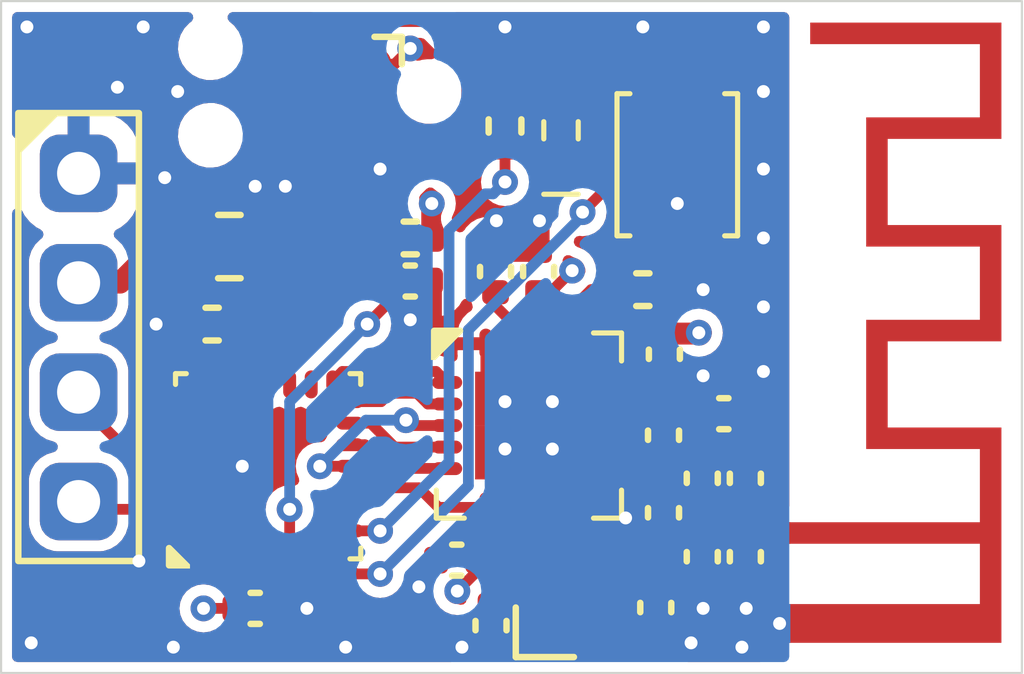
<source format=kicad_pcb>
(kicad_pcb (version 20211014) (generator pcbnew)
  (layers (0 "F.Cu" mixed) (1 "In1.Cu" signal) (2 "In2.Cu" signal) (31 "B.Cu" signal) (34 "B.Paste" user) (35 "F.Paste" user) (36 "B.SilkS" user "B.Silkscreen") (37 "F.SilkS" user "F.Silkscreen") (38 "B.Mask" user) (39 "F.Mask" user) (44 "Edge.Cuts" user))
  (net 0 "")
  (net 1 "/Radio/ANT")
  (net 2 "+3V3")
  (net 3 "GND")
  (net 4 "Net-(C2-Pad2)")
  (net 5 "Net-(C3-Pad2)")
  (net 6 "Net-(C6-Pad1)")
  (net 7 "Net-(C7-Pad1)")
  (net 8 "Net-(C8-Pad1)")
  (net 9 "/Micro/NRST")
  (net 10 "Net-(DS1-Pad2)")
  (net 11 "/Micro/MAIN_TX")
  (net 12 "/Micro/MAIN_RX")
  (net 13 "/Micro/SWDIO")
  (net 14 "/Micro/SWCLK")
  (net 16 "Net-(L1-Pad2)")
  (net 17 "Net-(L2-Pad2)")
  (net 18 "Net-(R1-Pad1)")
  (net 19 "/Micro/LED")
  (net 20 "/Micro/RF_EN")
  (net 21 "/Micro/RF_NSS")
  (net 22 "/Micro/SCK")
  (net 23 "/Micro/MOSI")
  (net 24 "/Micro/MISO")
  (net 25 "/Micro/RF_IRQ")
  (net 29 "/Micro/PAIR")
  (footprint "U_IC:QFN20_05_4x4_EP" (layer "F.Cu") (at 109.255 82.255)
    (fp_text reference "U1" hide)
    (fp_text value "SI24R1" hide)
    (fp_line (start -1.5 2.15) (end -2.15 2.15) (layer "F.SilkS") (width 0.12))
    (fp_line (start 1.5 -2.15) (end 2.15 -2.15) (layer "F.SilkS") (width 0.12))
    (fp_line (start 1.5 2.15) (end 2.15 2.15) (layer "F.SilkS") (width 0.12))
    (fp_line (start 2.15 -2.15) (end 2.15 -1.5) (layer "F.SilkS") (width 0.12))
    (fp_line (start 2.15 2.15) (end 2.15 1.5) (layer "F.SilkS") (width 0.12))
    (fp_line (start -2.15 2.15) (end -2.15 1.5) (layer "F.SilkS") (width 0.12))
    (fp_poly (pts (xy -2.2 -1.6) (xy -2.2 -2.2) (xy -1.6 -2.2)) (layer "F.SilkS") (width 0.15) (fill solid))
    (pad "1" smd oval (at -1.9 -1 90) (size 0.3 0.7) (layers "F.Cu" "F.Paste" "F.Mask") (net 20 "/Micro/RF_EN"))
    (pad "2" smd oval (at -1.9 -0.5 90) (size 0.3 0.7) (layers "F.Cu" "F.Paste" "F.Mask") (net 21 "/Micro/RF_NSS"))
    (pad "3" smd oval (at -1.9 0 90) (size 0.3 0.7) (layers "F.Cu" "F.Paste" "F.Mask") (net 22 "/Micro/SCK"))
    (pad "4" smd oval (at -1.9 0.5 90) (size 0.3 0.7) (layers "F.Cu" "F.Paste" "F.Mask") (net 23 "/Micro/MOSI"))
    (pad "5" smd oval (at -1.9 1 90) (size 0.3 0.7) (layers "F.Cu" "F.Paste" "F.Mask") (net 24 "/Micro/MISO"))
    (pad "6" smd oval (at -1 1.9) (size 0.3 0.7) (layers "F.Cu" "F.Paste" "F.Mask") (net 25 "/Micro/RF_IRQ"))
    (pad "7" smd oval (at -0.5 1.9) (size 0.3 0.7) (layers "F.Cu" "F.Paste" "F.Mask") (net 2 "+3V3"))
    (pad "8" smd oval (at 0 1.9) (size 0.3 0.7) (layers "F.Cu" "F.Paste" "F.Mask") (net 3 "GND"))
    (pad "9" smd oval (at 0.5 1.9) (size 0.3 0.7) (layers "F.Cu" "F.Paste" "F.Mask") (net 4 "Net-(C2-Pad2)"))
    (pad "10" smd oval (at 1 1.9) (size 0.3 0.7) (layers "F.Cu" "F.Paste" "F.Mask") (net 5 "Net-(C3-Pad2)"))
    (pad "11" smd oval (at 1.9 1 90) (size 0.3 0.7) (layers "F.Cu" "F.Paste" "F.Mask") (net 7 "Net-(C7-Pad1)"))
    (pad "12" smd oval (at 1.9 0.5 90) (size 0.3 0.7) (layers "F.Cu" "F.Paste" "F.Mask") (net 16 "Net-(L1-Pad2)"))
    (pad "13" smd oval (at 1.9 0 90) (size 0.3 0.7) (layers "F.Cu" "F.Paste" "F.Mask") (net 17 "Net-(L2-Pad2)"))
    (pad "14" smd oval (at 1.9 -0.5 90) (size 0.3 0.7) (layers "F.Cu" "F.Paste" "F.Mask") (net 3 "GND"))
    (pad "15" smd oval (at 1.9 -1 90) (size 0.3 0.7) (layers "F.Cu" "F.Paste" "F.Mask") (net 2 "+3V3"))
    (pad "16" smd oval (at 1 -1.9) (size 0.3 0.7) (layers "F.Cu" "F.Paste" "F.Mask") (net 18 "Net-(R1-Pad1)"))
    (pad "17" smd oval (at 0.5 -1.9) (size 0.3 0.7) (layers "F.Cu" "F.Paste" "F.Mask") (net 3 "GND"))
    (pad "18" smd oval (at 0 -1.9) (size 0.3 0.7) (layers "F.Cu" "F.Paste" "F.Mask") (net 2 "+3V3"))
    (pad "19" smd oval (at -0.5 -1.9) (size 0.3 0.7) (layers "F.Cu" "F.Paste" "F.Mask") (net 6 "Net-(C6-Pad1)"))
    (pad "20" smd oval (at -1 -1.9) (size 0.3 0.7) (layers "F.Cu" "F.Paste" "F.Mask") (net 3 "GND"))
    (pad "21" smd rect (at -0.625 0.625) (size 1.25 1.25) (layers "F.Cu" "F.Paste" "F.Mask") (net 3 "GND"))
    (pad "21" smd rect (at 0.625 -0.625) (size 1.25 1.25) (layers "F.Cu" "F.Paste" "F.Mask") (net 3 "GND"))
    (pad "21" smd rect (at -0.625 -0.625) (size 1.25 1.25) (layers "F.Cu" "F.Paste" "F.Mask") (net 3 "GND"))
    (pad "21" smd rect (at 0.625 0.625) (size 1.25 1.25) (layers "F.Cu" "F.Paste" "F.Mask") (net 3 "GND"))
  )
  (footprint "C_Capacitor:C_0402" (layer "F.Cu") (at 112.38 84.28 -90)
    (fp_text reference "C7" hide)
    (fp_text value "2.2n" hide)
    (fp_line (start -0.107836 -0.36) (end 0.107836 -0.36) (layer "F.SilkS") (width 0.15))
    (fp_line (start -0.107836 0.36) (end 0.107836 0.36) (layer "F.SilkS") (width 0.15))
    (pad "1" smd roundrect (at -0.48 0 270) (size 0.56 0.62) (layers "F.Cu" "F.Paste" "F.Mask") (net 7 "Net-(C7-Pad1)"))
    (pad "2" smd roundrect (at 0.48 0 270) (size 0.56 0.62) (layers "F.Cu" "F.Paste" "F.Mask") (net 3 "GND"))
  )
  (footprint "C_Capacitor:C_0402" (layer "F.Cu") (at 107.58 85.38 180)
    (fp_text reference "C4" hide)
    (fp_text value "33n" hide)
    (fp_line (start -0.107836 0.36) (end 0.107836 0.36) (layer "F.SilkS") (width 0.15))
    (fp_line (start -0.107836 -0.36) (end 0.107836 -0.36) (layer "F.SilkS") (width 0.15))
    (pad "1" smd roundrect (at -0.48 0 180) (size 0.56 0.62) (layers "F.Cu" "F.Paste" "F.Mask") (net 2 "+3V3"))
    (pad "2" smd roundrect (at 0.48 0 180) (size 0.56 0.62) (layers "F.Cu" "F.Paste" "F.Mask") (net 3 "GND"))
  )
  (footprint "C_Capacitor:C_0402" (layer "F.Cu") (at 112.4 80.6 -90)
    (fp_text reference "C1" hide)
    (fp_text value "2.2n" hide)
    (fp_line (start -0.107836 0.36) (end 0.107836 0.36) (layer "F.SilkS") (width 0.15))
    (fp_line (start -0.107836 -0.36) (end 0.107836 -0.36) (layer "F.SilkS") (width 0.15))
    (pad "1" smd roundrect (at -0.48 0 270) (size 0.56 0.62) (layers "F.Cu" "F.Paste" "F.Mask") (net 2 "+3V3"))
    (pad "2" smd roundrect (at 0.48 0 270) (size 0.56 0.62) (layers "F.Cu" "F.Paste" "F.Mask") (net 3 "GND"))
  )
  (footprint "R_Resistor:R_0402" (layer "F.Cu") (at 108.7 75.3 90)
    (fp_text reference "R2" hide)
    (fp_text value "300R" hide)
    (fp_line (start -0.153641 -0.38) (end 0.153641 -0.38) (layer "F.SilkS") (width 0.15))
    (fp_line (start -0.153641 0.38) (end 0.153641 0.38) (layer "F.SilkS") (width 0.15))
    (pad "1" smd roundrect (at -0.51 0 90) (size 0.54 0.64) (layers "F.Cu" "F.Paste" "F.Mask") (net 19 "/Micro/LED"))
    (pad "2" smd roundrect (at 0.51 0 90) (size 0.54 0.64) (layers "F.Cu" "F.Paste" "F.Mask") (net 10 "Net-(DS1-Pad2)"))
  )
  (footprint "J_Connector:Pins-2.54-1x4" (layer "F.Cu") (at 98.8 76.4)
    (fp_text reference "J1" hide)
    (fp_text value "Pins_2.54_1x4" hide)
    (fp_rect (start 1.4 9) (end -1.4 -1.4) (layer "F.SilkS") (width 0.15) (fill none))
    (fp_poly (pts (xy -1.4 -0.5) (xy -1.4 -1.4) (xy -0.5 -1.4)) (layer "F.SilkS") (width 0.12) (fill solid))
    (pad "1" thru_hole roundrect (at 0 0) (size 1.8 1.8) (drill 1) (layers *.Cu *.Mask) (net 3 "GND"))
    (pad "2" thru_hole roundrect (at 0 2.54) (size 1.8 1.8) (drill 1) (layers *.Cu *.Mask) (net 2 "+3V3"))
    (pad "3" thru_hole roundrect (at 0 5.08) (size 1.8 1.8) (drill 1) (layers *.Cu *.Mask) (net 11 "/Micro/MAIN_TX"))
    (pad "4" thru_hole roundrect (at 0 7.62) (size 1.8 1.8) (drill 1) (layers *.Cu *.Mask) (net 12 "/Micro/MAIN_RX"))
  )
  (footprint "S_Switch:Button_3.0x2.5" (layer "F.Cu") (at 112.7 76.2 90)
    (fp_text reference "S1" hide)
    (fp_text value "B3U-1100P" hide)
    (fp_line (start -1.65 1.1) (end -1.65 1.4) (layer "F.SilkS") (width 0.12))
    (fp_line (start -1.65 -1.4) (end 1.65 -1.4) (layer "F.SilkS") (width 0.12))
    (fp_line (start 1.65 -1.4) (end 1.65 -1.1) (layer "F.SilkS") (width 0.12))
    (fp_line (start -1.65 1.4) (end 1.65 1.4) (layer "F.SilkS") (width 0.12))
    (fp_line (start -1.65 -1.1) (end -1.65 -1.4) (layer "F.SilkS") (width 0.12))
    (fp_line (start 1.65 1.4) (end 1.65 1.1) (layer "F.SilkS") (width 0.12))
    (pad "1" smd roundrect (at -1.7 0 90) (size 0.9 1.7) (layers "F.Cu" "F.Paste" "F.Mask") (net 3 "GND"))
    (pad "2" smd roundrect (at 1.7 0 90) (size 0.9 1.7) (layers "F.Cu" "F.Paste" "F.Mask") (net 29 "/Micro/PAIR"))
  )
  (footprint "C_Capacitor:C_0402" (layer "F.Cu") (at 112.2 86.48 90)
    (fp_text reference "C3" hide)
    (fp_text value "22p" hide)
    (fp_line (start -0.107836 0.36) (end 0.107836 0.36) (layer "F.SilkS") (width 0.15))
    (fp_line (start -0.107836 -0.36) (end 0.107836 -0.36) (layer "F.SilkS") (width 0.15))
    (pad "1" smd roundrect (at -0.48 0 90) (size 0.56 0.62) (layers "F.Cu" "F.Paste" "F.Mask") (net 3 "GND"))
    (pad "2" smd roundrect (at 0.48 0 90) (size 0.56 0.62) (layers "F.Cu" "F.Paste" "F.Mask") (net 5 "Net-(C3-Pad2)"))
  )
  (footprint "N_NonPart:TagConnect_2030_NL" (layer "F.Cu") (at 104.4 74.5 180)
    (fp_text reference "J2" hide)
    (fp_text value "TC_2030_NL_STLINK" hide)
    (fp_line (start -1.27 1.27) (end -1.905 1.27) (layer "F.SilkS") (width 0.15))
    (fp_line (start -1.905 1.27) (end -1.905 0.635) (layer "F.SilkS") (width 0.15))
    (pad "" np_thru_hole circle (at 2.54 1.016 180) (size 0.9906 0.9906) (drill 0.9906) (layers *.Cu *.Mask))
    (pad "" np_thru_hole circle (at -2.54 0 180) (size 0.9906 0.9906) (drill 0.9906) (layers *.Cu *.Mask))
    (pad "" np_thru_hole circle (at 2.54 -1.016 180) (size 0.9906 0.9906) (drill 0.9906) (layers *.Cu *.Mask))
    (pad "1" connect circle (at -1.27 0.635 180) (size 0.7874 0.7874) (layers "F.Cu" "F.Mask") (net 2 "+3V3"))
    (pad "2" connect circle (at -1.27 -0.635 180) (size 0.7874 0.7874) (layers "F.Cu" "F.Mask") (net 13 "/Micro/SWDIO"))
    (pad "3" connect circle (at 0 0.635 180) (size 0.7874 0.7874) (layers "F.Cu" "F.Mask") (net 9 "/Micro/NRST"))
    (pad "4" connect circle (at 0 -0.635 180) (size 0.7874 0.7874) (layers "F.Cu" "F.Mask") (net 14 "/Micro/SWCLK"))
    (pad "5" connect circle (at 1.27 0.635 180) (size 0.7874 0.7874) (layers "F.Cu" "F.Mask") (net 3 "GND"))
    (pad "6" connect circle (at 1.27 -0.635 180) (size 0.7874 0.7874) (layers "F.Cu" "F.Mask"))
  )
  (footprint "U_IC:QFN28_05_4x4" (layer "F.Cu") (at 103.2 83.2 90)
    (fp_text reference "U2" hide)
    (fp_text value "STM32G061GxUx" hide)
    (fp_line (start 1.9 -2.15) (end 2.15 -2.15) (layer "F.SilkS") (width 0.12))
    (fp_line (start -1.9 2.15) (end -2.15 2.15) (layer "F.SilkS") (width 0.12))
    (fp_line (start 2.15 -2.15) (end 2.15 -1.9) (layer "F.SilkS") (width 0.12))
    (fp_line (start -2.15 2.15) (end -2.15 1.9) (layer "F.SilkS") (width 0.12))
    (fp_line (start 2.15 2.15) (end 2.15 1.9) (layer "F.SilkS") (width 0.12))
    (fp_line (start 1.9 2.15) (end 2.15 2.15) (layer "F.SilkS") (width 0.12))
    (fp_poly (pts (xy -2.3 -1.9) (xy -2.3 -2.3) (xy -1.9 -2.3)) (layer "F.SilkS") (width 0.15) (fill solid))
    (pad "1" smd oval (at -1.975 -1.5 180) (size 0.3 0.5) (layers "F.Cu" "F.Paste" "F.Mask"))
    (pad "2" smd oval (at -1.9 -1 180) (size 0.3 0.65) (layers "F.Cu" "F.Paste" "F.Mask"))
    (pad "3" smd oval (at -1.9 -0.5 180) (size 0.3 0.65) (layers "F.Cu" "F.Paste" "F.Mask") (net 2 "+3V3"))
    (pad "4" smd oval (at -1.9 0 180) (size 0.3 0.65) (layers "F.Cu" "F.Paste" "F.Mask") (net 3 "GND"))
    (pad "5" smd oval (at -1.9 0.5 180) (size 0.3 0.65) (layers "F.Cu" "F.Paste" "F.Mask") (net 9 "/Micro/NRST"))
    (pad "6" smd oval (at -1.9 1 180) (size 0.3 0.65) (layers "F.Cu" "F.Paste" "F.Mask"))
    (pad "7" smd oval (at -1.975 1.5 180) (size 0.3 0.5) (layers "F.Cu" "F.Paste" "F.Mask") (net 29 "/Micro/PAIR"))
    (pad "8" smd oval (at -1.5 1.975 90) (size 0.3 0.5) (layers "F.Cu" "F.Paste" "F.Mask") (net 19 "/Micro/LED"))
    (pad "9" smd oval (at -1 1.9 90) (size 0.3 0.65) (layers "F.Cu" "F.Paste" "F.Mask"))
    (pad "10" smd oval (at -0.5 1.9 90) (size 0.3 0.65) (layers "F.Cu" "F.Paste" "F.Mask") (net 25 "/Micro/RF_IRQ"))
    (pad "11" smd oval (at 0 1.9 90) (size 0.3 0.65) (layers "F.Cu" "F.Paste" "F.Mask") (net 22 "/Micro/SCK"))
    (pad "12" smd oval (at 0.5 1.9 90) (size 0.3 0.65) (layers "F.Cu" "F.Paste" "F.Mask") (net 24 "/Micro/MISO"))
    (pad "13" smd oval (at 1 1.9 90) (size 0.3 0.65) (layers "F.Cu" "F.Paste" "F.Mask") (net 23 "/Micro/MOSI"))
    (pad "14" smd oval (at 1.5 1.975 90) (size 0.3 0.5) (layers "F.Cu" "F.Paste" "F.Mask") (net 21 "/Micro/RF_NSS"))
    (pad "15" smd oval (at 1.975 1.5 180) (size 0.3 0.5) (layers "F.Cu" "F.Paste" "F.Mask") (net 20 "/Micro/RF_EN"))
    (pad "16" smd oval (at 1.9 1 180) (size 0.3 0.65) (layers "F.Cu" "F.Paste" "F.Mask"))
    (pad "17" smd oval (at 1.9 0.5 180) (size 0.3 0.65) (layers "F.Cu" "F.Paste" "F.Mask"))
    (pad "18" smd oval (at 1.9 0 180) (size 0.3 0.65) (layers "F.Cu" "F.Paste" "F.Mask"))
    (pad "19" smd oval (at 1.9 -0.5 180) (size 0.3 0.65) (layers "F.Cu" "F.Paste" "F.Mask"))
    (pad "20" smd oval (at 1.9 -1 180) (size 0.3 0.65) (layers "F.Cu" "F.Paste" "F.Mask") (net 13 "/Micro/SWDIO"))
    (pad "21" smd oval (at 1.975 -1.5 180) (size 0.3 0.5) (layers "F.Cu" "F.Paste" "F.Mask") (net 14 "/Micro/SWCLK"))
    (pad "22" smd oval (at 1.5 -1.975 90) (size 0.3 0.5) (layers "F.Cu" "F.Paste" "F.Mask"))
    (pad "23" smd oval (at 1 -1.9 90) (size 0.3 0.65) (layers "F.Cu" "F.Paste" "F.Mask"))
    (pad "24" smd oval (at 0.5 -1.9 90) (size 0.3 0.65) (layers "F.Cu" "F.Paste" "F.Mask"))
    (pad "25" smd oval (at 0 -1.9 90) (size 0.3 0.65) (layers "F.Cu" "F.Paste" "F.Mask"))
    (pad "26" smd oval (at -0.5 -1.9 90) (size 0.3 0.65) (layers "F.Cu" "F.Paste" "F.Mask") (net 11 "/Micro/MAIN_TX"))
    (pad "27" smd oval (at -1 -1.9 90) (size 0.3 0.65) (layers "F.Cu" "F.Paste" "F.Mask") (net 12 "/Micro/MAIN_RX"))
    (pad "28" smd oval (at -1.5 -1.975 90) (size 0.3 0.5) (layers "F.Cu" "F.Paste" "F.Mask"))
  )
  (footprint "Y_Oscillator:Crystal_SMD4_2.0x1.6" (layer "F.Cu") (at 110.3 86.48)
    (fp_text reference "Y1" hide)
    (fp_text value "ECS-160-10-37-RWM-TR" hide)
    (fp_line (start -1.35 0) (end -1.35 1.15) (layer "F.SilkS") (width 0.15))
    (fp_line (start -1.35 1.15) (end 0 1.15) (layer "F.SilkS") (width 0.15))
    (pad "1" smd roundrect (at -0.7 0.55) (size 0.9 0.8) (layers "F.Cu" "F.Paste" "F.Mask") (net 4 "Net-(C2-Pad2)"))
    (pad "2" smd roundrect (at 0.7 0.55) (size 0.9 0.8) (layers "F.Cu" "F.Paste" "F.Mask") (net 3 "GND"))
    (pad "3" smd roundrect (at 0.7 -0.55) (size 0.9 0.8) (layers "F.Cu" "F.Paste" "F.Mask") (net 5 "Net-(C3-Pad2)"))
    (pad "4" smd roundrect (at -0.7 -0.55) (size 0.9 0.8) (layers "F.Cu" "F.Paste" "F.Mask") (net 3 "GND"))
  )
  (footprint "R_Resistor:R_0402" (layer "F.Cu") (at 111.9 79.1)
    (fp_text reference "R1" hide)
    (fp_text value "22K" hide)
    (fp_line (start -0.153641 0.38) (end 0.153641 0.38) (layer "F.SilkS") (width 0.15))
    (fp_line (start -0.153641 -0.38) (end 0.153641 -0.38) (layer "F.SilkS") (width 0.15))
    (pad "1" smd roundrect (at -0.51 0) (size 0.54 0.64) (layers "F.Cu" "F.Paste" "F.Mask") (net 18 "Net-(R1-Pad1)"))
    (pad "2" smd roundrect (at 0.51 0) (size 0.54 0.64) (layers "F.Cu" "F.Paste" "F.Mask") (net 3 "GND"))
  )
  (footprint "C_Capacitor:C_0402" (layer "F.Cu") (at 109.48 78.68 90)
    (fp_text reference "C5" hide)
    (fp_text value "100n" hide)
    (fp_line (start -0.107836 0.36) (end 0.107836 0.36) (layer "F.SilkS") (width 0.15))
    (fp_line (start -0.107836 -0.36) (end 0.107836 -0.36) (layer "F.SilkS") (width 0.15))
    (pad "1" smd roundrect (at -0.48 0 90) (size 0.56 0.62) (layers "F.Cu" "F.Paste" "F.Mask") (net 2 "+3V3"))
    (pad "2" smd roundrect (at 0.48 0 90) (size 0.56 0.62) (layers "F.Cu" "F.Paste" "F.Mask") (net 3 "GND"))
  )
  (footprint "C_Capacitor:C_0805" (layer "F.Cu") (at 102.3 78.1)
    (fp_text reference "C11" hide)
    (fp_text value "10u" hide)
    (fp_line (start -0.261252 0.735) (end 0.261252 0.735) (layer "F.SilkS") (width 0.15))
    (fp_line (start -0.261252 -0.735) (end 0.261252 -0.735) (layer "F.SilkS") (width 0.15))
    (pad "1" smd roundrect (at -0.95 0) (size 1 1.45) (layers "F.Cu" "F.Paste" "F.Mask") (net 2 "+3V3"))
    (pad "2" smd roundrect (at 0.95 0) (size 1 1.45) (layers "F.Cu" "F.Paste" "F.Mask") (net 3 "GND"))
  )
  (footprint "R_Resistor:R_0402" (layer "F.Cu") (at 101.9 79.9 180)
    (fp_text reference "R4" hide)
    (fp_text value "47K" hide)
    (fp_line (start -0.153641 -0.38) (end 0.153641 -0.38) (layer "F.SilkS") (width 0.15))
    (fp_line (start -0.153641 0.38) (end 0.153641 0.38) (layer "F.SilkS") (width 0.15))
    (pad "1" smd roundrect (at -0.51 0 180) (size 0.54 0.64) (layers "F.Cu" "F.Paste" "F.Mask") (net 14 "/Micro/SWCLK"))
    (pad "2" smd roundrect (at 0.51 0 180) (size 0.54 0.64) (layers "F.Cu" "F.Paste" "F.Mask") (net 3 "GND"))
  )
  (footprint "L_Inductor:FB_0402" (layer "F.Cu") (at 113.78 81.98)
    (fp_text reference "L3" hide)
    (fp_text value "3.9nH" hide)
    (fp_line (start -0.107836 0.36) (end 0.107836 0.36) (layer "F.SilkS") (width 0.15))
    (fp_line (start -0.107836 -0.36) (end 0.107836 -0.36) (layer "F.SilkS") (width 0.15))
    (pad "1" smd roundrect (at -0.48 0) (size 0.56 0.62) (layers "F.Cu" "F.Paste" "F.Mask") (net 17 "Net-(L2-Pad2)"))
    (pad "2" smd roundrect (at 0.48 0) (size 0.56 0.62) (layers "F.Cu" "F.Paste" "F.Mask") (net 8 "Net-(C8-Pad1)"))
  )
  (footprint "C_Capacitor:C_0402" (layer "F.Cu") (at 106.5 78.9)
    (fp_text reference "C13" hide)
    (fp_text value "100n" hide)
    (fp_line (start -0.107836 -0.36) (end 0.107836 -0.36) (layer "F.SilkS") (width 0.15))
    (fp_line (start -0.107836 0.36) (end 0.107836 0.36) (layer "F.SilkS") (width 0.15))
    (pad "1" smd roundrect (at -0.48 0) (size 0.56 0.62) (layers "F.Cu" "F.Paste" "F.Mask") (net 9 "/Micro/NRST"))
    (pad "2" smd roundrect (at 0.48 0) (size 0.56 0.62) (layers "F.Cu" "F.Paste" "F.Mask") (net 3 "GND"))
  )
  (footprint "L_Inductor:FB_0402" (layer "F.Cu") (at 112.38 82.48 90)
    (fp_text reference "L2" hide)
    (fp_text value "8.2nH" hide)
    (fp_line (start -0.107836 0.36) (end 0.107836 0.36) (layer "F.SilkS") (width 0.15))
    (fp_line (start -0.107836 -0.36) (end 0.107836 -0.36) (layer "F.SilkS") (width 0.15))
    (pad "1" smd roundrect (at -0.48 0 90) (size 0.56 0.62) (layers "F.Cu" "F.Paste" "F.Mask") (net 16 "Net-(L1-Pad2)"))
    (pad "2" smd roundrect (at 0.48 0 90) (size 0.56 0.62) (layers "F.Cu" "F.Paste" "F.Mask") (net 17 "Net-(L2-Pad2)"))
  )
  (footprint "C_Capacitor:C_0402" (layer "F.Cu") (at 114.28 83.48 -90)
    (fp_text reference "C8" hide)
    (fp_text value "1.5p" hide)
    (fp_line (start -0.107836 0.36) (end 0.107836 0.36) (layer "F.SilkS") (width 0.15))
    (fp_line (start -0.107836 -0.36) (end 0.107836 -0.36) (layer "F.SilkS") (width 0.15))
    (pad "1" smd roundrect (at -0.48 0 270) (size 0.56 0.62) (layers "F.Cu" "F.Paste" "F.Mask") (net 8 "Net-(C8-Pad1)"))
    (pad "2" smd roundrect (at 0.48 0 270) (size 0.56 0.62) (layers "F.Cu" "F.Paste" "F.Mask") (net 1 "/Radio/ANT"))
  )
  (footprint "RF_Antenna:Texas_SWRA117D_2.4GHz_Left" (layer "F.Cu") (at 115.075 84.75 -90)
    (fp_text reference "AE1" hide)
    (fp_text value "Antenna" hide)
    (fp_poly (pts (xy -2.45 -2.51) (xy -4.45 -2.51) (xy -4.45 -5.15) (xy -7.15 -5.15) (xy -7.15 -2.51) (xy -9.15 -2.51) (xy -9.15 -5.15) (xy -11.85 -5.15) (xy -11.85 -0.71) (xy -11.35 -0.71) (xy -11.35 -4.65) (xy -9.65 -4.65) (xy -9.65 -2.01) (xy -6.65 -2.01) (xy -6.65 -4.65) (xy -4.95 -4.65) (xy -4.95 -2.01) (xy -1.95 -2.01) (xy -1.95 -4.65) (xy -0.25 -4.65) (xy -0.25 0.25) (xy 0.25 0.25) (xy 0.25 -4.65) (xy 1.65 -4.65) (xy 1.65 0.25) (xy 2.55 0.25) (xy 2.55 0.006785) (xy 2.247583 0.006785) (xy 2.237742 0.054395) (xy 2.213674 0.096797) (xy 2.175731 0.129581) (xy 2.167819 0.133935) (xy 2.125156 0.146043) (xy 2.076637 0.1453) (xy 2.031122 0.1324) (xy 2.012511 0.121787) (xy 1.978868 0.086553) (xy 1.958309 0.041368) (xy 1.951778 -0.008158) (xy 1.960218 -0.056417) (xy 1.977112 -0.088643) (xy 2.012372 -0.121313) (xy 2.057682 -0.141408) (xy 2.107267 -0.147982) (xy 2.155353 -0.140092) (xy 2.188245 -0.123186) (xy 2.223185 -0.086416) (xy 2.242847 -0.041622) (xy 2.247583 0.006785) (xy 2.55 0.006785) (xy 2.55 -5.15) (xy -2.45 -5.15) (xy -2.45 -2.51)) (layer "F.Cu") (width 0) (fill solid))
    (pad "1" connect rect (at 0 0 270) (size 0.5 0.5) (layers "F.Cu") (net 1 "/Radio/ANT"))
    (pad "2" thru_hole rect (at 2.1 0 270) (size 0.9 0.5) (drill 0.3) (layers *.Cu) (net 3 "GND"))
  )
  (footprint "C_Capacitor:C_0402" (layer "F.Cu") (at 108.375 86.9 90)
    (fp_text reference "C2" hide)
    (fp_text value "22p" hide)
    (fp_line (start -0.107836 -0.36) (end 0.107836 -0.36) (layer "F.SilkS") (width 0.15))
    (fp_line (start -0.107836 0.36) (end 0.107836 0.36) (layer "F.SilkS") (width 0.15))
    (pad "1" smd roundrect (at -0.48 0 90) (size 0.56 0.62) (layers "F.Cu" "F.Paste" "F.Mask") (net 3 "GND"))
    (pad "2" smd roundrect (at 0.48 0 90) (size 0.56 0.62) (layers "F.Cu" "F.Paste" "F.Mask") (net 4 "Net-(C2-Pad2)"))
  )
  (footprint "DS_LED:DS_0603" (layer "F.Cu") (at 110 75.4 90)
    (fp_text reference "DS1" hide)
    (fp_text value "LED,BLU" hide)
    (fp_line (start -0.2 0.4) (end 0.2 0.4) (layer "F.SilkS") (width 0.12))
    (fp_line (start -0.2 -0.4) (end 0.2 -0.4) (layer "F.SilkS") (width 0.12))
    (fp_line (start -1.485 -0.4) (end -1.485 0.4) (layer "F.SilkS") (width 0.12))
    (pad "1" smd roundrect locked (at -0.7875 0 90) (size 0.875 0.95) (layers "F.Cu" "F.Paste" "F.Mask") (net 3 "GND"))
    (pad "2" smd roundrect locked (at 0.7875 0 90) (size 0.875 0.95) (layers "F.Cu" "F.Paste" "F.Mask") (net 10 "Net-(DS1-Pad2)"))
  )
  (footprint "L_Inductor:FB_0402" (layer "F.Cu") (at 113.28 83.48 90)
    (fp_text reference "L1" hide)
    (fp_text value "2.7nH" hide)
    (fp_line (start -0.107836 0.36) (end 0.107836 0.36) (layer "F.SilkS") (width 0.15))
    (fp_line (start -0.107836 -0.36) (end 0.107836 -0.36) (layer "F.SilkS") (width 0.15))
    (pad "1" smd roundrect (at -0.48 0 90) (size 0.56 0.62) (layers "F.Cu" "F.Paste" "F.Mask") (net 7 "Net-(C7-Pad1)"))
    (pad "2" smd roundrect (at 0.48 0 90) (size 0.56 0.62) (layers "F.Cu" "F.Paste" "F.Mask") (net 16 "Net-(L1-Pad2)"))
  )
  (footprint "R_Resistor:R_0402" (layer "F.Cu") (at 106.5 77.9 180)
    (fp_text reference "R3" hide)
    (fp_text value "47K" hide)
    (fp_line (start -0.153641 -0.38) (end 0.153641 -0.38) (layer "F.SilkS") (width 0.15))
    (fp_line (start -0.153641 0.38) (end 0.153641 0.38) (layer "F.SilkS") (width 0.15))
    (pad "1" smd roundrect (at -0.51 0 180) (size 0.54 0.64) (layers "F.Cu" "F.Paste" "F.Mask") (net 2 "+3V3"))
    (pad "2" smd roundrect (at 0.51 0 180) (size 0.54 0.64) (layers "F.Cu" "F.Paste" "F.Mask") (net 9 "/Micro/NRST"))
  )
  (footprint "C_Capacitor:C_0402" (layer "F.Cu") (at 113.28 85.3 -90)
    (fp_text reference "C9" hide)
    (fp_text value "4.7p" hide)
    (fp_line (start -0.107836 -0.36) (end 0.107836 -0.36) (layer "F.SilkS") (width 0.15))
    (fp_line (start -0.107836 0.36) (end 0.107836 0.36) (layer "F.SilkS") (width 0.15))
    (pad "1" smd roundrect (at -0.48 0 270) (size 0.56 0.62) (layers "F.Cu" "F.Paste" "F.Mask") (net 7 "Net-(C7-Pad1)"))
    (pad "2" smd roundrect (at 0.48 0 270) (size 0.56 0.62) (layers "F.Cu" "F.Paste" "F.Mask") (net 3 "GND"))
  )
  (footprint "C_Capacitor:C_0402" (layer "F.Cu") (at 102.9 86.5)
    (fp_text reference "C12" hide)
    (fp_text value "100n" hide)
    (fp_line (start -0.107836 0.36) (end 0.107836 0.36) (layer "F.SilkS") (width 0.15))
    (fp_line (start -0.107836 -0.36) (end 0.107836 -0.36) (layer "F.SilkS") (width 0.15))
    (pad "1" smd roundrect (at -0.48 0) (size 0.56 0.62) (layers "F.Cu" "F.Paste" "F.Mask") (net 2 "+3V3"))
    (pad "2" smd roundrect (at 0.48 0) (size 0.56 0.62) (layers "F.Cu" "F.Paste" "F.Mask") (net 3 "GND"))
  )
  (footprint "C_Capacitor:C_0402" (layer "F.Cu") (at 108.48 78.68 90)
    (fp_text reference "C6" hide)
    (fp_text value "33n" hide)
    (fp_line (start -0.107836 0.36) (end 0.107836 0.36) (layer "F.SilkS") (width 0.15))
    (fp_line (start -0.107836 -0.36) (end 0.107836 -0.36) (layer "F.SilkS") (width 0.15))
    (pad "1" smd roundrect (at -0.48 0 90) (size 0.56 0.62) (layers "F.Cu" "F.Paste" "F.Mask") (net 6 "Net-(C6-Pad1)"))
    (pad "2" smd roundrect (at 0.48 0 90) (size 0.56 0.62) (layers "F.Cu" "F.Paste" "F.Mask") (net 3 "GND"))
  )
  (footprint "C_Capacitor:C_0402" (layer "F.Cu") (at 114.28 85.3 -90)
    (fp_text reference "C10" hide)
    (fp_text value "1.0p" hide)
    (fp_line (start -0.107836 0.36) (end 0.107836 0.36) (layer "F.SilkS") (width 0.15))
    (fp_line (start -0.107836 -0.36) (end 0.107836 -0.36) (layer "F.SilkS") (width 0.15))
    (pad "1" smd roundrect (at -0.48 0 270) (size 0.56 0.62) (layers "F.Cu" "F.Paste" "F.Mask") (net 1 "/Radio/ANT"))
    (pad "2" smd roundrect (at 0.48 0 270) (size 0.56 0.62) (layers "F.Cu" "F.Paste" "F.Mask") (net 3 "GND"))
  )
  (gr_rect (start 97 72.4) (end 120.7 88) (layer "Edge.Cuts") (width 0.05) (fill none))
  (segment (start 114.28 84.75) (end 115.075 84.75) (width 0.25) (layer "F.Cu") (net 1))
  (segment (start 114.28 83.96) (end 114.28 84.75) (width 0.25) (layer "F.Cu") (net 1))
  (segment (start 109.255 80.355) (end 109.255 79.845) (width 0.25) (layer "F.Cu") (net 2))
  (segment (start 109.856822 79.06) (end 110.258411 78.658411) (width 0.25) (layer "F.Cu") (net 2))
  (segment (start 108.06 85.38) (end 108.06 85.629689) (width 0.25) (layer "F.Cu") (net 2))
  (segment (start 107.01 77.11) (end 107 77.1) (width 0.25) (layer "F.Cu") (net 2))
  (segment (start 108.06 85.629689) (end 107.592053 86.097636) (width 0.25) (layer "F.Cu") (net 2))
  (segment (start 98.8 78.94) (end 99.76 78.94) (width 0.5) (layer "F.Cu") (net 2))
  (segment (start 109.255 79.845) (end 109.48 79.62) (width 0.25) (layer "F.Cu") (net 2))
  (segment (start 106.5 73.499989) (end 106.134989 73.865) (width 0.25) (layer "F.Cu") (net 2))
  (segment (start 99.76 78.94) (end 100.6 78.1) (width 0.5) (layer "F.Cu") (net 2))
  (segment (start 108.755 84.155) (end 108.755 84.685) (width 0.25) (layer "F.Cu") (net 2))
  (segment (start 111.78 80.12) (end 112.4 80.12) (width 0.25) (layer "F.Cu") (net 2))
  (segment (start 112.42 80.1) (end 112.4 80.12) (width 0.25) (layer "F.Cu") (net 2))
  (segment (start 109.48 79.62) (end 109.48 79.16) (width 0.25) (layer "F.Cu") (net 2))
  (segment (start 102.7 85.1) (end 102.7 85.7) (width 0.25) (layer "F.Cu") (net 2))
  (segment (start 109.48 79.16) (end 109.856822 79.16) (width 0.25) (layer "F.Cu") (net 2))
  (segment (start 102.7 85.7) (end 102.42 85.98) (width 0.25) (layer "F.Cu") (net 2))
  (segment (start 100.6 78.1) (end 101.35 78.1) (width 0.5) (layer "F.Cu") (net 2))
  (segment (start 111.155 81.255) (end 111.155 80.745) (width 0.25) (layer "F.Cu") (net 2))
  (segment (start 108.755 84.685) (end 108.06 85.38) (width 0.25) (layer "F.Cu") (net 2))
  (segment (start 113.2 80.1) (end 112.42 80.1) (width 0.25) (layer "F.Cu") (net 2))
  (segment (start 106.134989 73.865) (end 105.67 73.865) (width 0.25) (layer "F.Cu") (net 2))
  (segment (start 111.155 80.745) (end 111.78 80.12) (width 0.25) (layer "F.Cu") (net 2))
  (segment (start 102.42 86.5) (end 101.7 86.5) (width 0.25) (layer "F.Cu") (net 2))
  (segment (start 107.01 77.9) (end 107.01 77.11) (width 0.25) (layer "F.Cu") (net 2))
  (segment (start 102.42 85.98) (end 102.42 86.5) (width 0.25) (layer "F.Cu") (net 2))
  (via (at 101.7 86.5) (size 0.6) (drill 0.3) (layers "F.Cu" "B.Cu") (net 2))
  (via (at 106.5 73.499989) (size 0.6) (drill 0.3) (layers "F.Cu" "B.Cu") (net 2))
  (via (at 113.2 80.1) (size 0.6) (drill 0.3) (layers "F.Cu" "B.Cu") (net 2))
  (via (at 107 77.1) (size 0.6) (drill 0.3) (layers "F.Cu" "B.Cu") (net 2))
  (via (at 110.258411 78.658411) (size 0.6) (drill 0.3) (layers "F.Cu" "B.Cu") (net 2))
  (via (at 107.592053 86.097636) (size 0.6) (drill 0.3) (layers "F.Cu" "B.Cu") (net 2))
  (segment (start 103.4 86) (end 103.4 86.48) (width 0.25) (layer "F.Cu") (net 3))
  (segment (start 108.5 78.18) (end 108.48 78.2) (width 0.25) (layer "F.Cu") (net 3))
  (segment (start 107.7 87.4) (end 107.72 87.38) (width 0.25) (layer "F.Cu") (net 3))
  (segment (start 113.3 81.1) (end 112.42 81.1) (width 0.25) (layer "F.Cu") (net 3))
  (segment (start 112.2 86.96) (end 112.68 86.96) (width 0.25) (layer "F.Cu") (net 3))
  (segment (start 111.155 81.755) (end 111.526072 81.755) (width 0.25) (layer "F.Cu") (net 3))
  (segment (start 106.5 79.8) (end 106.98 79.32) (width 0.25) (layer "F.Cu") (net 3))
  (segment (start 108.255 80.355) (end 108.255 81.255) (width 0.25) (layer "F.Cu") (net 3))
  (segment (start 106.7 86) (end 107.1 85.6) (width 0.25) (layer "F.Cu") (net 3))
  (segment (start 102.9 76.7) (end 102.9 77.75) (width 0.25) (layer "F.Cu") (net 3))
  (segment (start 111.526072 81.755) (end 112.201072 81.08) (width 0.25) (layer "F.Cu") (net 3))
  (segment (start 109.255 84.155) (end 109.255 83.355) (width 0.25) (layer "F.Cu") (net 3))
  (segment (start 112.38 84.76) (end 111.86 84.76) (width 0.25) (layer "F.Cu") (net 3))
  (segment (start 114.3 86.5) (end 114.3 85.78) (width 0.25) (layer "F.Cu") (net 3))
  (segment (start 113.3 86.5) (end 113.3 85.78) (width 0.25) (layer "F.Cu") (net 3))
  (segment (start 112.68 86.96) (end 113.02 87.3) (width 0.25) (layer "F.Cu") (net 3))
  (segment (start 102.495 74.5) (end 103.13 73.865) (width 0.25) (layer "F.Cu") (net 3))
  (segment (start 101.1 74.5) (end 102.495 74.5) (width 0.25) (layer "F.Cu") (net 3))
  (segment (start 103.4 86.48) (end 103.38 86.5) (width 0.25) (layer "F.Cu") (net 3))
  (segment (start 112.201072 81.08) (end 112.4 81.08) (width 0.25) (layer "F.Cu") (net 3))
  (segment (start 109.855 81.755) (end 109.8 81.7) (width 0.25) (layer "F.Cu") (net 3))
  (segment (start 104.1 86.5) (end 103.38 86.5) (width 0.25) (layer "F.Cu") (net 3))
  (segment (start 107.1 85.6) (end 107.1 85.38) (width 0.25) (layer "F.Cu") (net 3))
  (segment (start 109.5 76.6875) (end 109.5 77.5) (width 0.25) (layer "F.Cu") (net 3))
  (segment (start 103.6 76.7) (end 103.6 77.75) (width 0.25) (layer "F.Cu") (net 3))
  (segment (start 111.86 84.76) (end 111.5 84.4) (width 0.25) (layer "F.Cu") (net 3))
  (segment (start 112.42 81.1) (end 112.4 81.08) (width 0.25) (layer "F.Cu") (net 3))
  (segment (start 107.72 87.38) (end 108.375 87.38) (width 0.25) (layer "F.Cu") (net 3))
  (segment (start 108.5 77.5) (end 108.5 78.18) (width 0.25) (layer "F.Cu") (net 3))
  (segment (start 102.9 77.75) (end 103.25 78.1) (width 0.25) (layer "F.Cu") (net 3))
  (segment (start 109.755 81.655) (end 109.8 81.7) (width 0.25) (layer "F.Cu") (net 3))
  (segment (start 113.3 85.78) (end 113.28 85.76) (width 0.25) (layer "F.Cu") (net 3))
  (segment (start 114.65 86.85) (end 114.3 86.5) (width 0.5) (layer "F.Cu") (net 3))
  (segment (start 114.3 85.78) (end 114.28 85.76) (width 0.25) (layer "F.Cu") (net 3))
  (segment (start 111.155 81.755) (end 109.855 81.755) (width 0.25) (layer "F.Cu") (net 3))
  (segment (start 108.255 81.255) (end 108.7 81.7) (width 0.25) (layer "F.Cu") (net 3))
  (segment (start 103.2 85.8) (end 103.4 86) (width 0.25) (layer "F.Cu") (net 3))
  (segment (start 103.6 77.75) (end 103.25 78.1) (width 0.25) (layer "F.Cu") (net 3))
  (segment (start 109.5 78.18) (end 109.48 78.2) (width 0.25) (layer "F.Cu") (net 3))
  (segment (start 106.98 79.32) (end 106.98 78.9) (width 0.25) (layer "F.Cu") (net 3))
  (segment (start 110 76.1875) (end 109.5 76.6875) (width 0.25) (layer "F.Cu") (net 3))
  (segment (start 110.971783 87.03) (end 111.18 87.03) (width 0.25) (layer "F.Cu") (net 3))
  (segment (start 103.2 85.1) (end 103.2 85.8) (width 0.25) (layer "F.Cu") (net 3))
  (segment (start 115.075 86.85) (end 114.65 86.85) (width 0.5) (layer "F.Cu") (net 3))
  (segment (start 112.7 77.1) (end 112.7 77.9) (width 0.25) (layer "F.Cu") (net 3))
  (segment (start 109.755 80.355) (end 109.755 81.655) (width 0.25) (layer "F.Cu") (net 3))
  (segment (start 109.691783 85.93) (end 110.791783 87.03) (width 0.25) (layer "F.Cu") (net 3))
  (segment (start 109.5 77.5) (end 109.5 78.18) (width 0.25) (layer "F.Cu") (net 3))
  (segment (start 112.41 79.1) (end 113.3 79.1) (width 0.25) (layer "F.Cu") (net 3))
  (segment (start 109.255 83.355) (end 108.7 82.8) (width 0.25) (layer "F.Cu") (net 3))
  (segment (start 101.39 79.9) (end 100.6 79.9) (width 0.25) (layer "F.Cu") (net 3))
  (via (at 113.02 87.3) (size 0.6) (drill 0.3) (layers "F.Cu" "B.Cu") (net 3))
  (via (at 97.7 87.3) (size 0.6) (drill 0.3) (layers "F.Cu" "B.Cu") (net 3))
  (via (at 113.3 81.1) (size 0.6) (drill 0.3) (layers "F.Cu" "B.Cu") (net 3))
  (via (at 103.6 76.7) (size 0.6) (drill 0.3) (layers "F.Cu" "B.Cu") (net 3))
  (via (at 114.7 81) (size 0.6) (drill 0.3) (layers "F.Cu" "B.Cu") (net 3))
  (via (at 112.7 77.1) (size 0.6) (drill 0.3) (layers "F.Cu" "B.Cu") (net 3))
  (via (at 114.7 73) (size 0.6) (drill 0.3) (layers "F.Cu" "B.Cu") (net 3))
  (via (at 114.2 87.4) (size 0.6) (drill 0.3) (layers "F.Cu" "B.Cu") (net 3))
  (via (at 109.5 77.5) (size 0.6) (drill 0.3) (layers "F.Cu" "B.Cu") (net 3))
  (via (at 114.7 74.5) (size 0.6) (drill 0.3) (layers "F.Cu" "B.Cu") (net 3))
  (via (at 105.8 76.3) (size 0.6) (drill 0.3) (layers "F.Cu" "B.Cu") (net 3))
  (via (at 107.7 87.4) (size 0.6) (drill 0.3) (layers "F.Cu" "B.Cu") (net 3))
  (via (at 102.6 83.2) (size 0.6) (drill 0.3) (layers "F.Cu" "B.Cu") (net 3))
  (via (at 113.3 86.5) (size 0.6) (drill 0.3) (layers "F.Cu" "B.Cu") (net 3))
  (via (at 104.1 86.5) (size 0.6) (drill 0.3) (layers "F.Cu" "B.Cu") (net 3))
  (via (at 108.7 82.8) (size 0.6) (drill 0.3) (layers "F.Cu" "B.Cu") (net 3))
  (via (at 102.9 76.7) (size 0.6) (drill 0.3) (layers "F.Cu" "B.Cu") (net 3))
  (via (at 97.6 73) (size 0.6) (drill 0.3) (layers "F.Cu" "B.Cu") (net 3))
  (via (at 100.8 76.5) (size 0.6) (drill 0.3) (layers "F.Cu" "B.Cu") (net 3))
  (via (at 101.1 74.5) (size 0.6) (drill 0.3) (layers "F.Cu" "B.Cu") (net 3))
  (via (at 99.7 74.4) (size 0.6) (drill 0.3) (layers "F.Cu" "B.Cu") (net 3))
  (via (at 109.8 81.7) (size 0.6) (drill 0.3) (layers "F.Cu" "B.Cu") (net 3))
  (via (at 106.5 79.8) (size 0.6) (drill 0.3) (layers "F.Cu" "B.Cu") (net 3))
  (via (at 100.6 79.9) (size 0.6) (drill 0.3) (layers "F.Cu" "B.Cu") (net 3))
  (via (at 108.7 73) (size 0.6) (drill 0.3) (layers "F.Cu" "B.Cu") (net 3))
  (via (at 100.2 85.4) (size 0.6) (drill 0.3) (layers "F.Cu" "B.Cu") (net 3))
  (via (at 114.7 76.3) (size 0.6) (drill 0.3) (layers "F.Cu" "B.Cu") (net 3))
  (via (at 105 87.4) (size 0.6) (drill 0.3) (layers "F.Cu" "B.Cu") (net 3))
  (via (at 101 87.4) (size 0.6) (drill 0.3) (layers "F.Cu" "B.Cu") (net 3))
  (via (at 108.7 81.7) (size 0.6) (drill 0.3) (layers "F.Cu" "B.Cu") (net 3))
  (via (at 109.8 82.8) (size 0.6) (drill 0.3) (layers "F.Cu" "B.Cu") (net 3))
  (via (at 114.3 86.5) (size 0.6) (drill 0.3) (layers "F.Cu" "B.Cu") (net 3))
  (via (at 113.3 79.1) (size 0.6) (drill 0.3) (layers "F.Cu" "B.Cu") (net 3))
  (via (at 108.5 77.5) (size 0.6) (drill 0.3) (layers "F.Cu" "B.Cu") (net 3))
  (via (at 111.9 73) (size 0.6) (drill 0.3) (layers "F.Cu" "B.Cu") (net 3))
  (via (at 106.7 86) (size 0.6) (drill 0.3) (layers "F.Cu" "B.Cu") (net 3))
  (via (at 100.3 73) (size 0.6) (drill 0.3) (layers "F.Cu" "B.Cu") (net 3))
  (via (at 114.7 77.9) (size 0.6) (drill 0.3) (layers "F.Cu" "B.Cu") (net 3))
  (via (at 111.5 84.4) (size 0.6) (drill 0.3) (layers "F.Cu" "B.Cu") (net 3))
  (via (at 114.7 79.5) (size 0.6) (drill 0.3) (layers "F.Cu" "B.Cu") (net 3))
  (segment (start 108.375 86.42) (end 108.375 86.03193) (width 0.25) (layer "F.Cu") (net 4))
  (segment (start 109.5 84.9) (end 109.755 84.645) (width 0.25) (layer "F.Cu") (net 4))
  (segment (start 108.375 86.03193) (end 108.82548 85.58145) (width 0.25) (layer "F.Cu") (net 4))
  (segment (start 109.755 84.645) (end 109.755 84.155) (width 0.25) (layer "F.Cu") (net 4))
  (segment (start 108.82548 85.58145) (end 108.82548 85.27452) (width 0.25) (layer "F.Cu") (net 4))
  (segment (start 109.2 84.9) (end 109.5 84.9) (width 0.25) (layer "F.Cu") (net 4))
  (segment (start 108.82548 85.27452) (end 109.2 84.9) (width 0.25) (layer "F.Cu") (net 4))
  (segment (start 108.73048 86.77548) (end 108.375 86.42) (width 0.25) (layer "F.Cu") (net 4))
  (segment (start 109.34548 86.77548) (end 108.73048 86.77548) (width 0.25) (layer "F.Cu") (net 4))
  (segment (start 112.2 86) (end 111.07 86) (width 0.25) (layer "F.Cu") (net 5))
  (segment (start 110.255 84.655) (end 111.02 85.42) (width 0.25) (layer "F.Cu") (net 5))
  (segment (start 110.255 84.155) (end 110.255 84.655) (width 0.25) (layer "F.Cu") (net 5))
  (segment (start 111.02 85.42) (end 111.02 85.91) (width 0.25) (layer "F.Cu") (net 5))
  (segment (start 108.755 80.355) (end 108.755 79.755) (width 0.25) (layer "F.Cu") (net 6))
  (segment (start 108.755 79.755) (end 108.48 79.48) (width 0.25) (layer "F.Cu") (net 6))
  (segment (start 108.48 79.48) (end 108.48 79.16) (width 0.25) (layer "F.Cu") (net 6))
  (segment (start 112.54 83.96) (end 112.38 83.8) (width 0.25) (layer "F.Cu") (net 7))
  (segment (start 113.28 83.96) (end 112.54 83.96) (width 0.25) (layer "F.Cu") (net 7))
  (segment (start 113.28 83.96) (end 113.28 84.8) (width 0.25) (layer "F.Cu") (net 7))
  (segment (start 111.155 83.255) (end 111.7 83.8) (width 0.25) (layer "F.Cu") (net 7))
  (segment (start 111.7 83.8) (end 112.38 83.8) (width 0.25) (layer "F.Cu") (net 7))
  (segment (start 114.28 83) (end 114.28 82) (width 0.25) (layer "F.Cu") (net 8))
  (segment (start 114.28 82) (end 114.26 81.98) (width 0.25) (layer "F.Cu") (net 8))
  (segment (start 106.02 77.08) (end 106.02 78.9) (width 0.25) (layer "F.Cu") (net 9))
  (segment (start 104.4 73.3) (end 104.824511 72.875489) (width 0.25) (layer "F.Cu") (net 9))
  (segment (start 106.02 78.9) (end 106.02 79.38) (width 0.25) (layer "F.Cu") (net 9))
  (segment (start 106.02 79.38) (end 105.5 79.9) (width 0.25) (layer "F.Cu") (net 9))
  (segment (start 104.4 73.865) (end 104.4 73.3) (width 0.25) (layer "F.Cu") (net 9))
  (segment (start 107.809821 75.290179) (end 106.02 77.08) (width 0.25) (layer "F.Cu") (net 9))
  (segment (start 107.809821 73.726628) (end 107.809821 75.290179) (width 0.25) (layer "F.Cu") (net 9))
  (segment (start 104.824511 72.875489) (end 106.958682 72.875489) (width 0.25) (layer "F.Cu") (net 9))
  (segment (start 103.7 84.2) (end 103.7 85.1) (width 0.25) (layer "F.Cu") (net 9))
  (segment (start 106.958682 72.875489) (end 107.809821 73.726628) (width 0.25) (layer "F.Cu") (net 9))
  (via (at 103.7 84.2) (size 0.6) (drill 0.3) (layers "F.Cu" "B.Cu") (net 9))
  (via (at 105.5 79.9) (size 0.6) (drill 0.3) (layers "F.Cu" "B.Cu") (net 9))
  (segment (start 105.5 79.9) (end 103.7 81.7) (width 0.25) (layer "B.Cu") (net 9))
  (segment (start 103.7 81.7) (end 103.7 84.2) (width 0.25) (layer "B.Cu") (net 9))
  (segment (start 108.7 74.79) (end 108.9775 74.5125) (width 0.25) (layer "F.Cu") (net 10))
  (segment (start 108.9775 74.5125) (end 110 74.5125) (width 0.25) (layer "F.Cu") (net 10))
  (segment (start 101.3 83.7) (end 100.8 83.7) (width 0.25) (layer "F.Cu") (net 11))
  (segment (start 100.8 83.7) (end 98.8 81.7) (width 0.25) (layer "F.Cu") (net 11))
  (segment (start 98.8 81.7) (end 98.8 81.48) (width 0.25) (layer "F.Cu") (net 11))
  (segment (start 98.98 84.2) (end 98.8 84.02) (width 0.25) (layer "F.Cu") (net 12))
  (segment (start 101.3 84.2) (end 98.98 84.2) (width 0.25) (layer "F.Cu") (net 12))
  (segment (start 102.2 80.953928) (end 102.609408 80.54452) (width 0.25) (layer "F.Cu") (net 13))
  (segment (start 102.609408 80.54452) (end 103.55548 80.54452) (width 0.25) (layer "F.Cu") (net 13))
  (segment (start 103.55548 80.54452) (end 104.84952 79.25048) (width 0.25) (layer "F.Cu") (net 13))
  (segment (start 104.84952 75.95548) (end 105.67 75.135) (width 0.25) (layer "F.Cu") (net 13))
  (segment (start 104.84952 79.25048) (end 104.84952 75.95548) (width 0.25) (layer "F.Cu") (net 13))
  (segment (start 102.2 81.3) (end 102.2 80.953928) (width 0.25) (layer "F.Cu") (net 13))
  (segment (start 102.41 79.9) (end 103.487493 79.9) (width 0.25) (layer "F.Cu") (net 14))
  (segment (start 103.487493 79.9) (end 104.4 78.987493) (width 0.25) (layer "F.Cu") (net 14))
  (segment (start 101.7 81.225) (end 101.7 80.61) (width 0.25) (layer "F.Cu") (net 14))
  (segment (start 101.7 80.61) (end 102.41 79.9) (width 0.25) (layer "F.Cu") (net 14))
  (segment (start 104.4 78.987493) (end 104.4 75.535) (width 0.25) (layer "F.Cu") (net 14))
  (segment (start 112.175 82.755) (end 112.38 82.96) (width 0.25) (layer "F.Cu") (net 16))
  (segment (start 113.24 82.96) (end 113.28 83) (width 0.25) (layer "F.Cu") (net 16))
  (segment (start 111.155 82.755) (end 112.175 82.755) (width 0.25) (layer "F.Cu") (net 16))
  (segment (start 112.38 82.96) (end 113.24 82.96) (width 0.25) (layer "F.Cu") (net 16))
  (segment (start 111.155 82.255) (end 112.125 82.255) (width 0.25) (layer "F.Cu") (net 17))
  (segment (start 112.38 82) (end 113.28 82) (width 0.25) (layer "F.Cu") (net 17))
  (segment (start 113.28 82) (end 113.3 81.98) (width 0.25) (layer "F.Cu") (net 17))
  (segment (start 112.125 82.255) (end 112.38 82) (width 0.25) (layer "F.Cu") (net 17))
  (segment (start 110.255 80.355) (end 110.255 79.645) (width 0.25) (layer "F.Cu") (net 18))
  (segment (start 110.255 79.545) (end 110.7 79.1) (width 0.25) (layer "F.Cu") (net 18))
  (segment (start 110.7 79.1) (end 111.39 79.1) (width 0.25) (layer "F.Cu") (net 18))
  (segment (start 105.8 84.7) (end 105.175 84.7) (width 0.25) (layer "F.Cu") (net 19))
  (segment (start 108.7 76.6) (end 108.7 75.81) (width 0.25) (layer "F.Cu") (net 19))
  (via (at 105.8 84.7) (size 0.6) (drill 0.3) (layers "F.Cu" "B.Cu") (net 19))
  (via (at 108.7 76.6) (size 0.6) (drill 0.3) (layers "F.Cu" "B.Cu") (net 19))
  (segment (start 108.424511 76.875489) (end 108.241318 76.875489) (width 0.25) (layer "B.Cu") (net 19))
  (segment (start 108.7 76.6) (end 108.424511 76.875489) (width 0.25) (layer "B.Cu") (net 19))
  (segment (start 108.241318 76.875489) (end 107.4 77.716807) (width 0.25) (layer "B.Cu") (net 19))
  (segment (start 107.4 83.1) (end 105.8 84.7) (width 0.25) (layer "B.Cu") (net 19))
  (segment (start 107.4 77.716807) (end 107.4 83.1) (width 0.25) (layer "B.Cu") (net 19))
  (segment (start 104.925 81) (end 104.7 81.225) (width 0.25) (layer "F.Cu") (net 20))
  (segment (start 107.1 81) (end 104.925 81) (width 0.25) (layer "F.Cu") (net 20))
  (segment (start 107.355 81.255) (end 107.1 81) (width 0.25) (layer "F.Cu") (net 20))
  (segment (start 106.017664 81.505989) (end 105.823653 81.7) (width 0.25) (layer "F.Cu") (net 21))
  (segment (start 106.907693 81.755) (end 106.658682 81.505989) (width 0.25) (layer "F.Cu") (net 21))
  (segment (start 105.823653 81.7) (end 105.175 81.7) (width 0.25) (layer "F.Cu") (net 21))
  (segment (start 106.658682 81.505989) (end 106.017664 81.505989) (width 0.25) (layer "F.Cu") (net 21))
  (segment (start 107.355 81.755) (end 106.907693 81.755) (width 0.25) (layer "F.Cu") (net 21))
  (segment (start 104.4 83.2) (end 105.1 83.2) (width 0.25) (layer "F.Cu") (net 22))
  (segment (start 107.355 82.255) (end 106.5245 82.255) (width 0.25) (layer "F.Cu") (net 22))
  (segment (start 106.5245 82.255) (end 106.4 82.1305) (width 0.25) (layer "F.Cu") (net 22))
  (via (at 104.4 83.2) (size 0.6) (drill 0.3) (layers "F.Cu" "B.Cu") (net 22))
  (via (at 106.4 82.1305) (size 0.6) (drill 0.3) (layers "F.Cu" "B.Cu") (net 22))
  (segment (start 105.4695 82.1305) (end 104.4 83.2) (width 0.25) (layer "B.Cu") (net 22))
  (segment (start 106.4 82.1305) (end 105.4695 82.1305) (width 0.25) (layer "B.Cu") (net 22))
  (segment (start 105.58179 82.2) (end 105.1 82.2) (width 0.25) (layer "F.Cu") (net 23))
  (segment (start 106.13679 82.755) (end 105.58179 82.2) (width 0.25) (layer "F.Cu") (net 23))
  (segment (start 107.355 82.755) (end 106.13679 82.755) (width 0.25) (layer "F.Cu") (net 23))
  (segment (start 105.1 82.7) (end 105.446072 82.7) (width 0.25) (layer "F.Cu") (net 24))
  (segment (start 105.996552 83.25048) (end 107.35048 83.25048) (width 0.25) (layer "F.Cu") (net 24))
  (segment (start 105.446072 82.7) (end 105.996552 83.25048) (width 0.25) (layer "F.Cu") (net 24))
  (segment (start 107.35048 83.25048) (end 107.355 83.255) (width 0.25) (layer "F.Cu") (net 24))
  (segment (start 107.155 84.155) (end 108.255 84.155) (width 0.25) (layer "F.Cu") (net 25))
  (segment (start 106.7 83.7) (end 107.155 84.155) (width 0.25) (layer "F.Cu") (net 25))
  (segment (start 106.7 83.7) (end 105.1 83.7) (width 0.25) (layer "F.Cu") (net 25))
  (segment (start 105.8 85.7) (end 105.225 85.7) (width 0.25) (layer "F.Cu") (net 29))
  (segment (start 105.225 85.7) (end 104.7 85.175) (width 0.25) (layer "F.Cu") (net 29))
  (segment (start 112.7 75.1) (end 110.5 77.3) (width 0.25) (layer "F.Cu") (net 29))
  (segment (start 112.7 74.5) (end 112.7 75.1) (width 0.25) (layer "F.Cu") (net 29))
  (via (at 105.8 85.7) (size 0.6) (drill 0.3) (layers "F.Cu" "B.Cu") (net 29))
  (via (at 110.5 77.3) (size 0.6) (drill 0.3) (layers "F.Cu" "B.Cu") (net 29))
  (segment (start 110.5 77.383193) (end 107.84952 80.033673) (width 0.25) (layer "B.Cu") (net 29))
  (segment (start 110.5 77.3) (end 110.5 77.383193) (width 0.25) (layer "B.Cu") (net 29))
  (segment (start 107.84952 83.65048) (end 105.8 85.7) (width 0.25) (layer "B.Cu") (net 29))
  (segment (start 107.84952 80.033673) (end 107.84952 83.65048) (width 0.25) (layer "B.Cu") (net 29))
  (zone (net 2) (net_name "+3V3") (layers "F.Cu" "In2.Cu") (name "3V3_Fill") (connect_pads (clearance 0.254)) (min_thickness 0.254) (fill yes (thermal_gap 0.508) (thermal_bridge_width 0.508))
    (polygon (pts (xy 115.3 88) (xy 97 88) (xy 97 72.4) (xy 115.3 72.4)))
  )
  (zone (net 3) (net_name "GND") (layers "F.Cu" "In1.Cu" "B.Cu") (name "GND_Fill") (priority 1) (connect_pads (clearance 0.254)) (min_thickness 0.254) (fill yes (thermal_gap 0.508) (thermal_bridge_width 0.508))
    (polygon (pts (xy 115.3 88) (xy 97 88) (xy 97 72.4) (xy 115.3 72.4)))
  )
)
</source>
